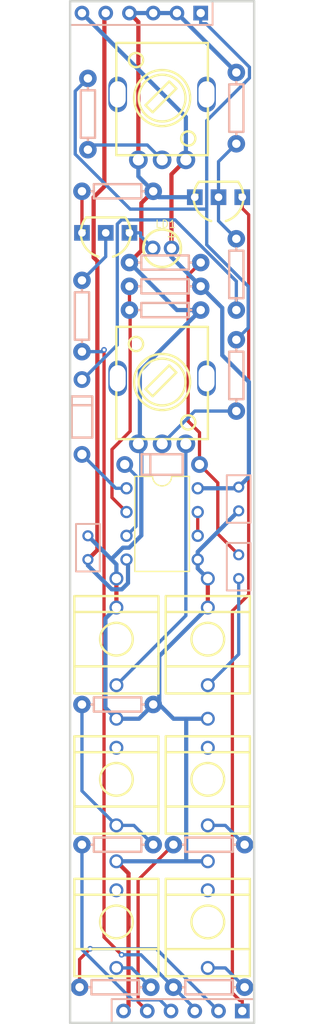
<source format=kicad_pcb>
(kicad_pcb (version 20171130) (host pcbnew "(5.1.5)-3") (page "A4") (layers (0 "F.Cu" signal) (31 "B.Cu" signal) (32 "B.Adhes" user) (33 "F.Adhes" user) (34 "B.Paste" user) (35 "F.Paste" user) (36 "B.SilkS" user) (37 "F.SilkS" user) (38 "B.Mask" user) (39 "F.Mask" user) (40 "Dwgs.User" user) (41 "Cmts.User" user) (42 "Eco1.User" user) (43 "Eco2.User" user) (44 "Edge.Cuts" user) (45 "Margin" user) (46 "B.CrtYd" user) (47 "F.CrtYd" user) (48 "B.Fab" user hide) (49 "F.Fab" user hide)) (net 0 "") (net 1 "+12V") (net 2 "-12V") (net 3 "AGND") (net 4 "C12_2") (net 5 "CV1_3") (net 6 "CV2_3") (net 7 "CVIN") (net 8 "D5_2") (net 9 "IC1_1") (net 10 "IC1_2") (net 11 "IC1_6") (net 12 "Q3_1") (net 13 "Q3_2") (net 14 "R11_4") (net 15 "R11_5") (net 16 "R14_2") (net 17 "R17_1") (net 18 "R17_2") (net 19 "R20_2") (net 20 "R30_1") (net 21 "R3_4") (net 22 "R3_5") (net 23 "R41_2") (net 24 "R4_1") (net 25 "R7_2") (net 26 "R8_1") (net 27 "RESETIN") (net 28 "SAW") (net 29 "SINE") (net 30 "SQR") (net 31 "TRI") (segment (start 6.35 30.544) (end 6.427 30.544) (width 0.35) (layer "B.Cu") (net 17)) (segment (start 6.427 30.544) (end 10.128 26.844) (width 0.35) (layer "B.Cu") (net 17)) (segment (start 10.128 26.844) (end 10.128 13.916) (width 0.35) (layer "B.Cu") (net 17)) (segment (start 10.128 13.916) (end 10.572 13.471) (width 0.35) (layer "B.Cu") (net 17)) (segment (start 10.572 13.471) (end 16.298 13.471) (width 0.35) (layer "B.Cu") (net 17)) (segment (start 16.298 13.471) (end 22.86 20.033) (width 0.35) (layer "B.Cu") (net 17)) (segment (start 22.86 20.033) (end 22.86 23.114) (width 0.35) (layer "B.Cu") (net 17)) (segment (start 20.955 98.044) (end 14.303 91.392) (width 0.35) (layer "B.Cu") (net 29)) (segment (start 14.303 91.392) (end 7.227 91.392) (width 0.35) (layer "B.Cu") (net 29)) (segment (start 19.05 -8.636) (end 19.05 -7.498) (width 0.35) (layer "B.Cu") (net 7)) (segment (start 19.693 12.322) (end 11.503 12.322) (width 0.35) (layer "B.Cu") (net 7)) (segment (start 11.503 12.322) (end 5.628 6.447) (width 0.35) (layer "B.Cu") (net 7)) (segment (start 5.628 6.447) (end 5.628 -0.294) (width 0.35) (layer "B.Cu") (net 7)) (segment (start 5.628 -0.294) (end 6.985 -1.651) (width 0.35) (layer "B.Cu") (net 7)) (segment (start 19.05 -7.498) (end 19.619 -7.498) (width 0.35) (layer "B.Cu") (net 7)) (segment (start 19.619 -7.498) (end 24.263 -2.854) (width 0.35) (layer "B.Cu") (net 7)) (segment (start 24.263 -2.854) (end 24.263 -1.696) (width 0.35) (layer "B.Cu") (net 7)) (segment (start 24.263 -1.696) (end 19.693 2.874) (width 0.35) (layer "B.Cu") (net 7)) (segment (start 19.693 2.874) (end 19.693 12.322) (width 0.35) (layer "B.Cu") (net 7)) (segment (start 19.693 12.322) (end 19.693 16.137) (width 0.35) (layer "B.Cu") (net 7)) (segment (start 19.693 16.137) (end 24.13 20.574) (width 0.35) (layer "B.Cu") (net 7)) (segment (start 24.13 20.574) (end 24.13 25.019) (width 0.35) (layer "B.Cu") (net 7)) (segment (start 24.13 25.019) (end 22.86 26.289) (width 0.35) (layer "B.Cu") (net 7)) (segment (start 19.812 78.199) (end 21.684 78.199) (width 0.35) (layer "B.Cu") (net 23)) (segment (start 21.684 78.199) (end 23.749 80.264) (width 0.35) (layer "B.Cu") (net 23)) (segment (start 10.033 78.199) (end 11.905 78.199) (width 0.35) (layer "B.Cu") (net 16)) (segment (start 11.905 78.199) (end 13.97 80.264) (width 0.35) (layer "B.Cu") (net 16)) (segment (start 6.35 65.278) (end 6.35 74.516) (width 0.35) (layer "B.Cu") (net 16)) (segment (start 6.35 74.516) (end 10.033 78.199) (width 0.35) (layer "B.Cu") (net 16)) (segment (start 19.812 93.439) (end 21.684 93.439) (width 0.35) (layer "B.Cu") (net 25)) (segment (start 21.684 93.439) (end 23.749 95.504) (width 0.35) (layer "B.Cu") (net 25)) (segment (start 10.033 93.439) (end 11.651 93.439) (width 0.35) (layer "B.Cu") (net 20)) (segment (start 11.651 93.439) (end 13.716 95.504) (width 0.35) (layer "B.Cu") (net 20)) (segment (start 19.812 63.213) (end 23.114 59.911) (width 0.35) (layer "B.Cu") (net 6)) (segment (start 23.114 59.911) (end 23.114 51.816) (width 0.35) (layer "B.Cu") (net 6)) (segment (start 10.923 39.624) (end 12.13 40.832) (width 0.35) (layer "B.Cu") (net 8)) (segment (start 12.13 40.832) (end 12.13 46.226) (width 0.35) (layer "B.Cu") (net 8)) (segment (start 12.13 46.226) (end 11.112 47.244) (width 0.35) (layer "B.Cu") (net 8)) (segment (start 6.35 19.939) (end 8.89 17.399) (width 0.35) (layer "B.Cu") (net 13)) (segment (start 8.89 17.399) (end 8.89 14.859) (width 0.35) (layer "B.Cu") (net 13)) (segment (start 13.923 16.508) (end 12.619 15.205) (width 0.35) (layer "B.Cu") (net 12)) (segment (start 12.619 15.205) (end 12.619 14.859) (width 0.35) (layer "B.Cu") (net 12)) (segment (start 11.43 14.859) (end 12.619 14.859) (width 0.35) (layer "B.Cu") (net 12)) (segment (start 22.86 5.334) (end 20.955 7.239) (width 0.35) (layer "B.Cu") (net 18)) (segment (start 20.955 7.239) (end 20.955 11.049) (width 0.35) (layer "B.Cu") (net 18)) (segment (start 22.86 15.494) (end 20.955 13.589) (width 0.35) (layer "B.Cu") (net 18)) (segment (start 20.955 13.589) (end 20.955 11.049) (width 0.35) (layer "B.Cu") (net 18)) (segment (start 10.033 63.213) (end 17.463 55.783) (width 0.35) (layer "B.Cu") (net 5)) (segment (start 17.463 55.783) (end 17.463 37.409) (width 0.35) (layer "B.Cu") (net 5)) (segment (start 22.86 33.909) (end 18.423 33.909) (width 0.35) (layer "B.Cu") (net 26)) (segment (start 18.423 33.909) (end 14.923 37.409) (width 0.35) (layer "B.Cu") (net 26)) (segment (start 6.35 -8.636) (end 17.463 2.477) (width 0.45) (layer "B.Cu") (net 1)) (segment (start 17.463 2.477) (end 17.463 7.056) (width 0.45) (layer "B.Cu") (net 1)) (segment (start 19.05 20.574) (end 15.922 17.447) (width 0.45) (layer "B.Cu") (net 1)) (segment (start 15.922 17.447) (end 15.922 16.508) (width 0.45) (layer "B.Cu") (net 1)) (segment (start 18.732 42.164) (end 22.987 42.164) (width 0.45) (layer "B.Cu") (net 1)) (segment (start 22.987 42.164) (end 23.114 42.037) (width 0.45) (layer "B.Cu") (net 1)) (segment (start 23.114 42.037) (end 24.205 40.946) (width 0.45) (layer "B.Cu") (net 1)) (segment (start 24.205 40.946) (end 24.205 30.795) (width 0.45) (layer "B.Cu") (net 1)) (segment (start 24.205 30.795) (end 21.357 27.946) (width 0.45) (layer "B.Cu") (net 1)) (segment (start 21.357 27.946) (end 21.357 22.881) (width 0.45) (layer "B.Cu") (net 1)) (segment (start 21.357 22.881) (end 19.05 20.574) (width 0.45) (layer "B.Cu") (net 1)) (segment (start 6.985 5.969) (end 7.486 5.468) (width 0.35) (layer "B.Cu") (net 24)) (segment (start 7.486 5.468) (end 13.334 5.468) (width 0.35) (layer "B.Cu") (net 24)) (segment (start 13.334 5.468) (end 14.923 7.056) (width 0.35) (layer "B.Cu") (net 24)) (segment (start 10.033 66.799) (end 12.449 66.799) (width 0.45) (layer "B.Cu") (net 3)) (segment (start 12.449 66.799) (end 13.97 65.278) (width 0.45) (layer "B.Cu") (net 3)) (segment (start 19.812 82.039) (end 17.5 82.039) (width 0.45) (layer "B.Cu") (net 3)) (segment (start 17.5 82.039) (end 10.033 82.039) (width 0.45) (layer "B.Cu") (net 3)) (segment (start 17.5 82.039) (end 17.5 66.799) (width 0.45) (layer "B.Cu") (net 3)) (segment (start 19.812 66.799) (end 17.5 66.799) (width 0.45) (layer "B.Cu") (net 3)) (segment (start 14.619 65.278) (end 13.97 65.278) (width 0.45) (layer "B.Cu") (net 3)) (segment (start 17.5 66.799) (end 16.14 66.799) (width 0.45) (layer "B.Cu") (net 3)) (segment (start 16.14 66.799) (end 14.619 65.278) (width 0.45) (layer "B.Cu") (net 3)) (segment (start 14.619 65.278) (end 14.619 60.106) (width 0.45) (layer "B.Cu") (net 3)) (segment (start 14.619 60.106) (end 19.812 54.913) (width 0.45) (layer "B.Cu") (net 3)) (segment (start 19.05 23.114) (end 16.51 23.114) (width 0.45) (layer "B.Cu") (net 3)) (segment (start 16.51 23.114) (end 11.43 18.034) (width 0.45) (layer "B.Cu") (net 3)) (segment (start 22.86 -2.286) (end 16.51 -8.636) (width 0.45) (layer "B.Cu") (net 3)) (segment (start 16.51 -8.636) (end 13.97 -8.636) (width 0.45) (layer "B.Cu") (net 3)) (segment (start 13.97 -8.636) (end 11.43 -8.636) (width 0.45) (layer "B.Cu") (net 3)) (segment (start 19.812 51.813) (end 18.732 50.733) (width 0.45) (layer "B.Cu") (net 3)) (segment (start 18.732 50.733) (end 18.732 49.784) (width 0.45) (layer "B.Cu") (net 3)) (segment (start 18.415 11.049) (end 14.605 11.049) (width 0.45) (layer "B.Cu") (net 3)) (segment (start 14.605 11.049) (end 13.97 10.414) (width 0.45) (layer "B.Cu") (net 3)) (segment (start 10.033 51.813) (end 10.033 50.292) (width 0.45) (layer "B.Cu") (net 3)) (segment (start 10.033 50.292) (end 9.492 49.751) (width 0.45) (layer "B.Cu") (net 3)) (segment (start 9.492 49.751) (end 6.985 47.244) (width 0.45) (layer "B.Cu") (net 3)) (segment (start 13.97 10.414) (end 12.383 8.827) (width 0.45) (layer "B.Cu") (net 3)) (segment (start 12.383 8.827) (end 12.383 7.056) (width 0.45) (layer "B.Cu") (net 3)) (segment (start 23.114 44.577) (end 18.732 48.959) (width 0.45) (layer "B.Cu") (net 3)) (segment (start 18.732 48.959) (end 18.732 49.784) (width 0.45) (layer "B.Cu") (net 3)) (segment (start 10.033 54.913) (end 8.859 56.087) (width 0.45) (layer "B.Cu") (net 3)) (segment (start 8.859 56.087) (end 8.859 65.625) (width 0.45) (layer "B.Cu") (net 3)) (segment (start 8.859 65.625) (end 10.033 66.799) (width 0.45) (layer "B.Cu") (net 3)) (segment (start 12.383 37.409) (end 12.542 37.409) (width 0.45) (layer "B.Cu") (net 3)) (segment (start 9.492 49.751) (end 10.728 48.514) (width 0.45) (layer "B.Cu") (net 3)) (segment (start 10.728 48.514) (end 11.401 48.514) (width 0.45) (layer "B.Cu") (net 3)) (segment (start 11.401 48.514) (end 12.701 47.214) (width 0.45) (layer "B.Cu") (net 3)) (segment (start 12.701 47.214) (end 12.701 37.569) (width 0.45) (layer "B.Cu") (net 3)) (segment (start 12.701 37.569) (end 12.542 37.409) (width 0.45) (layer "B.Cu") (net 3)) (segment (start 12.542 37.409) (end 12.542 29.622) (width 0.45) (layer "B.Cu") (net 3)) (segment (start 12.542 29.622) (end 19.05 23.114) (width 0.45) (layer "B.Cu") (net 3)) (segment (start 16.129 95.504) (end 18.415 97.79) (width 0.35) (layer "B.Cu") (net 31)) (segment (start 18.415 97.79) (end 18.415 98.044) (width 0.35) (layer "B.Cu") (net 31)) (segment (start 16.129 95.504) (end 12.657 92.032) (width 0.35) (layer "B.Cu") (net 31)) (segment (start 12.657 92.032) (end 10.587 92.032) (width 0.35) (layer "B.Cu") (net 31)) (segment (start 6.35 27.559) (end 8.516 27.559) (width 0.35) (layer "B.Cu") (net 31)) (segment (start 8.516 27.559) (end 8.711 27.365) (width 0.35) (layer "B.Cu") (net 31)) (segment (start 6.35 38.544) (end 9.97 42.164) (width 0.35) (layer "B.Cu") (net 9)) (segment (start 9.97 42.164) (end 11.112 42.164) (width 0.35) (layer "B.Cu") (net 9)) (segment (start 11.112 49.784) (end 11.275 49.946) (width 0.45) (layer "B.Cu") (net 2)) (segment (start 11.275 49.946) (end 11.275 52.307) (width 0.45) (layer "B.Cu") (net 2)) (segment (start 11.275 52.307) (end 10.614 52.967) (width 0.45) (layer "B.Cu") (net 2)) (segment (start 10.614 52.967) (end 9.539 52.967) (width 0.45) (layer "B.Cu") (net 2)) (segment (start 9.539 52.967) (end 6.985 50.413) (width 0.45) (layer "B.Cu") (net 2)) (segment (start 6.985 50.413) (end 6.985 49.784) (width 0.45) (layer "B.Cu") (net 2)) (segment (start 15.875 98.044) (end 14.681 96.85) (width 0.35) (layer "B.Cu") (net 30)) (segment (start 14.681 96.85) (end 11.736 96.85) (width 0.35) (layer "B.Cu") (net 30)) (segment (start 11.736 96.85) (end 6.35 91.464) (width 0.35) (layer "B.Cu") (net 30)) (segment (start 6.35 91.464) (end 6.35 80.264) (width 0.35) (layer "B.Cu") (net 30)) (gr_line (start 5.08 -9.906) (end 24.765 -9.906) (width 0.254) (layer "Edge.Cuts")) (gr_line (start 24.765 -9.906) (end 24.765 99.314) (width 0.254) (layer "Edge.Cuts")) (gr_line (start 24.765 99.314) (end 5.08 99.314) (width 0.254) (layer "Edge.Cuts")) (gr_line (start 5.08 99.314) (end 5.08 -9.906) (width 0.254) (layer "Edge.Cuts")) (segment (start 13.335 98.044) (end 12.355 97.064) (width 0.35) (layer "F.Cu") (net 28)) (segment (start 12.355 97.064) (end 12.355 84.038) (width 0.35) (layer "F.Cu") (net 28)) (segment (start 12.355 84.038) (end 16.129 80.264) (width 0.35) (layer "F.Cu") (net 28)) (segment (start 18.922 39.624) (end 20.88 41.582) (width 0.35) (layer "F.Cu") (net 4)) (segment (start 20.88 41.582) (end 20.88 47.042) (width 0.35) (layer "F.Cu") (net 4)) (segment (start 20.88 47.042) (end 23.114 49.276) (width 0.35) (layer "F.Cu") (net 4)) (segment (start 19.05 18.034) (end 17.705 19.38) (width 0.35) (layer "F.Cu") (net 4)) (segment (start 17.705 19.38) (end 17.705 34.99) (width 0.35) (layer "F.Cu") (net 4)) (segment (start 17.705 34.99) (end 18.922 36.208) (width 0.35) (layer "F.Cu") (net 4)) (segment (start 18.922 36.208) (end 18.922 39.624) (width 0.35) (layer "F.Cu") (net 4)) (segment (start 18.732 47.244) (end 18.732 44.704) (width 0.35) (layer "F.Cu") (net 11)) (segment (start 11.43 23.114) (end 11.43 23.114) (width 0.35) (layer "F.Cu") (net 10)) (segment (start 11.43 23.114) (end 11.43 20.574) (width 0.35) (layer "F.Cu") (net 10)) (segment (start 11.43 23.114) (end 11.502 23.186) (width 0.35) (layer "F.Cu") (net 10)) (segment (start 11.502 23.186) (end 11.502 36.067) (width 0.35) (layer "F.Cu") (net 10)) (segment (start 11.502 36.067) (end 9.562 38.007) (width 0.35) (layer "F.Cu") (net 10)) (segment (start 9.562 38.007) (end 9.562 43.153) (width 0.35) (layer "F.Cu") (net 10)) (segment (start 9.562 43.153) (end 11.112 44.704) (width 0.35) (layer "F.Cu") (net 10)) (segment (start 6.35 10.414) (end 6.35 14.859) (width 0.35) (layer "F.Cu") (net 19)) (segment (start 23.495 96.906) (end 23.23 96.906) (width 0.35) (layer "F.Cu") (net 27)) (segment (start 23.23 96.906) (end 22.436 96.112) (width 0.35) (layer "F.Cu") (net 27)) (segment (start 22.436 96.112) (end 22.436 55.278) (width 0.35) (layer "F.Cu") (net 27)) (segment (start 22.436 55.278) (end 24.182 53.532) (width 0.35) (layer "F.Cu") (net 27)) (segment (start 24.182 53.532) (end 24.182 12.925) (width 0.35) (layer "F.Cu") (net 27)) (segment (start 24.182 12.925) (end 23.495 12.238) (width 0.35) (layer "F.Cu") (net 27)) (segment (start 23.495 98.044) (end 23.495 96.906) (width 0.35) (layer "F.Cu") (net 27)) (segment (start 23.495 11.049) (end 23.495 12.238) (width 0.35) (layer "F.Cu") (net 27)) (segment (start 6.096 95.504) (end 6.096 92.523) (width 0.35) (layer "F.Cu") (net 29)) (segment (start 6.096 92.523) (end 7.227 91.392) (width 0.35) (layer "F.Cu") (net 29)) (segment (start 17.463 7.056) (end 15.922 8.596) (width 0.45) (layer "F.Cu") (net 1)) (segment (start 15.922 8.596) (end 15.922 16.508) (width 0.45) (layer "F.Cu") (net 1)) (segment (start 19.812 54.913) (end 19.812 51.813) (width 0.45) (layer "F.Cu") (net 3)) (segment (start 10.033 51.813) (end 10.033 54.913) (width 0.45) (layer "F.Cu") (net 3)) (segment (start 11.43 -8.636) (end 12.383 -7.683) (width 0.45) (layer "F.Cu") (net 3)) (segment (start 12.383 -7.683) (end 12.383 7.056) (width 0.45) (layer "F.Cu") (net 3)) (segment (start 13.97 10.414) (end 12.702 11.682) (width 0.45) (layer "F.Cu") (net 3)) (segment (start 12.702 11.682) (end 12.702 16.762) (width 0.45) (layer "F.Cu") (net 3)) (segment (start 12.702 16.762) (end 11.43 18.034) (width 0.45) (layer "F.Cu") (net 3)) (segment (start 10.795 98.044) (end 11.331 97.508) (width 0.45) (layer "F.Cu") (net 3)) (segment (start 11.331 97.508) (end 11.331 83.337) (width 0.45) (layer "F.Cu") (net 3)) (segment (start 11.331 83.337) (end 10.033 82.039) (width 0.45) (layer "F.Cu") (net 3)) (segment (start 10.587 92.032) (end 8.711 90.155) (width 0.35) (layer "F.Cu") (net 31)) (segment (start 8.711 90.155) (end 8.711 27.365) (width 0.35) (layer "F.Cu") (net 31)) (segment (start 8.711 27.365) (end 8.711 27.365) (width 0.35) (layer "F.Cu") (net 31)) (segment (start 8.89 -8.636) (end 8.748 -8.494) (width 0.45) (layer "F.Cu") (net 2)) (segment (start 8.748 -8.494) (end 8.748 9.905) (width 0.45) (layer "F.Cu") (net 2)) (segment (start 8.748 9.905) (end 7.597 11.056) (width 0.45) (layer "F.Cu") (net 2)) (segment (start 7.597 11.056) (end 7.597 17.486) (width 0.45) (layer "F.Cu") (net 2)) (segment (start 7.597 17.486) (end 7.997 17.886) (width 0.45) (layer "F.Cu") (net 2)) (segment (start 7.997 17.886) (end 7.997 48.772) (width 0.45) (layer "F.Cu") (net 2)) (segment (start 7.997 48.772) (end 6.985 49.784) (width 0.45) (layer "F.Cu") (net 2)) (module "easyeda:R09-5KΩ" (layer "F.Cu") (at 14.923 3.556) (fp_text value "B100k" (at -0.318 -7.112 0) (layer "F.Fab") (effects (font (size 1.143 1.143) (thickness 0.152)) (justify left))) (fp_text reference "R3" (at 1.587 -7.112 0) (layer "F.SilkS") hide (effects (font (size 1.143 1.143) (thickness 0.152)) (justify left))) (fp_line (start -4.9 -9) (end 4.9 -9) (width 0.254) (layer "F.SilkS")) (fp_line (start 4.9 -9) (end 4.9 3) (width 0.254) (layer "F.SilkS")) (fp_line (start -4.9 -9) (end -4.9 3) (width 0.254) (layer "F.SilkS")) (fp_line (start -4.9 3) (end 4.9 3) (width 0.254) (layer "F.SilkS")) (fp_line (start 0.762 -4.882) (end -1.778 -2.342) (width 0.254) (layer "F.SilkS")) (fp_line (start -1.778 -2.342) (end -1.016 -1.58) (width 0.254) (layer "F.SilkS")) (fp_line (start -1.016 -1.58) (end 1.524 -4.12) (width 0.254) (layer "F.SilkS")) (fp_line (start 1.524 -4.12) (end 0.762 -4.882) (width 0.254) (layer "F.SilkS")) (fp_circle (center -2.794 -7.168) (end -2.032 -7.168) (layer "F.SilkS") (width 0.254)) (fp_circle (center 2.794 1.214) (end 3.556 1.214) (layer "F.SilkS") (width 0.254)) (fp_circle (center 0 -3.104) (end 3 -3.104) (layer "F.SilkS") (width 0.254)) (fp_circle (center 0 -3.104) (end 2.5 -3.104) (layer "F.SilkS") (width 0.254)) (pad 1 thru_hole circle (at -2.54 3.5 0) (size 2 2) (layers "*.Cu" "*.Paste" "*.Mask") (drill 1.2) (net 3 "AGND")) (pad 2 thru_hole circle (at 0 3.5 0) (size 2 2) (layers "*.Cu" "*.Paste" "*.Mask") (drill 1.2) (net 24 "R4_1")) (pad 3 thru_hole circle (at 2.54 3.5 0) (size 2 2) (layers "*.Cu" "*.Paste" "*.Mask") (drill 1.2) (net 1 "+12V")) (pad 4 thru_hole oval (at 4.75 -3.5 0) (size 2 3.8) (layers "*.Cu" "*.Paste" "*.Mask") (drill oval 1.7 2.8) (net 21 "R3_4")) (pad 5 thru_hole oval (at -4.75 -3.5 0) (size 2 3.8) (layers "*.Cu" "*.Paste" "*.Mask") (drill oval 1.7 2.8) (net 22 "R3_5")) (fp_text user gged7d21b1df0212a37 (at 0 0) (layer "Cmts.User") (effects (font (size 1 1) (thickness 0.15))))) (module "easyeda:R09-5KΩ" (layer "F.Cu") (at 14.922 33.909) (fp_text value "B100k" (at -0.317 -6.985 0) (layer "F.Fab") (effects (font (size 1.143 1.143) (thickness 0.152)) (justify left))) (fp_text reference "R11" (at 1.588 -6.35 0) (layer "F.SilkS") hide (effects (font (size 1.143 1.143) (thickness 0.152)) (justify left))) (fp_line (start -4.9 -9) (end 4.9 -9) (width 0.254) (layer "F.SilkS")) (fp_line (start 4.9 -9) (end 4.9 3) (width 0.254) (layer "F.SilkS")) (fp_line (start -4.9 -9) (end -4.9 3) (width 0.254) (layer "F.SilkS")) (fp_line (start -4.9 3) (end 4.9 3) (width 0.254) (layer "F.SilkS")) (fp_line (start 0.762 -4.882) (end -1.778 -2.342) (width 0.254) (layer "F.SilkS")) (fp_line (start -1.778 -2.342) (end -1.016 -1.58) (width 0.254) (layer "F.SilkS")) (fp_line (start -1.016 -1.58) (end 1.524 -4.12) (width 0.254) (layer "F.SilkS")) (fp_line (start 1.524 -4.12) (end 0.762 -4.882) (width 0.254) (layer "F.SilkS")) (fp_circle (center -2.794 -7.168) (end -2.032 -7.168) (layer "F.SilkS") (width 0.254)) (fp_circle (center 2.794 1.214) (end 3.556 1.214) (layer "F.SilkS") (width 0.254)) (fp_circle (center 0 -3.104) (end 3 -3.104) (layer "F.SilkS") (width 0.254)) (fp_circle (center 0 -3.104) (end 2.5 -3.104) (layer "F.SilkS") (width 0.254)) (pad 1 thru_hole circle (at -2.54 3.5 0) (size 2 2) (layers "*.Cu" "*.Paste" "*.Mask") (drill 1.2) (net 3 "AGND")) (pad 2 thru_hole circle (at 0 3.5 0) (size 2 2) (layers "*.Cu" "*.Paste" "*.Mask") (drill 1.2) (net 26 "R8_1")) (pad 3 thru_hole circle (at 2.54 3.5 0) (size 2 2) (layers "*.Cu" "*.Paste" "*.Mask") (drill 1.2) (net 5 "CV1_3")) (pad 4 thru_hole oval (at 4.75 -3.5 0) (size 2 3.8) (layers "*.Cu" "*.Paste" "*.Mask") (drill oval 1.7 2.8) (net 14 "R11_4")) (pad 5 thru_hole oval (at -4.75 -3.5 0) (size 2 3.8) (layers "*.Cu" "*.Paste" "*.Mask") (drill oval 1.7 2.8) (net 15 "R11_5")) (fp_text user gge20b5846aa43b2ef6 (at 0 0) (layer "Cmts.User") (effects (font (size 1 1) (thickness 0.15))))) (module "easyeda:BC547" (layer "F.Cu") (at 20.955 11.049 180) (fp_text value "BC550" (at 2.08 2.22 0) (layer "F.Fab") (effects (font (size 0.9 0.9) (thickness 0.152)) (justify left))) (fp_text reference "Q1" (at -0.452 -1.153 180) (layer "F.SilkS") hide (effects (font (size 0.8 0.8) (thickness 0.1)) (justify left))) (fp_line (start -2.083 1.651) (end 2.083 1.651) (width 0.254) (layer "F.SilkS")) (fp_line (start -2.667 0.254) (end -2.261 0.254) (width 0.254) (layer "F.SilkS")) (fp_line (start 2.261 0.254) (end 2.667 0.254) (width 0.254) (layer "F.SilkS")) (fp_arc (start 0 0) (end -2.095 1.651) (angle 111.098) (width 0.254) (layer "F.SilkS")) (fp_arc (start 0.001 0) (end 0.787 -2.548) (angle 111.101) (width 0.254) (layer "F.SilkS")) (fp_arc (start 0 0) (end -0.786 -2.548) (angle 34.294) (width 0.254) (layer "Cmts.User")) (pad 1 thru_hole rect (at -2.54 0 180) (size 1.676 1.676) (layers "*.Cu" "*.Paste" "*.Mask") (drill 0.813) (net 27 "RESETIN")) (pad 2 thru_hole rect (at 0 0 180) (size 1.676 1.676) (layers "*.Cu" "*.Paste" "*.Mask") (drill 0.813) (net 18 "R17_2")) (pad 3 thru_hole rect (at 2.54 0 180) (size 1.676 1.676) (layers "*.Cu" "*.Paste" "*.Mask") (drill 0.813) (net 3 "AGND")) (fp_text user ggea9220f8bbfa92dc7 (at 0 0) (layer "Cmts.User") (effects (font (size 1 1) (thickness 0.15))))) (module "easyeda:BC547" (layer "F.Cu") (at 8.89 14.859 180) (fp_text value "BC550" (at 2.081 1.966 0) (layer "F.Fab") (effects (font (size 0.9 0.9) (thickness 0.152)) (justify left))) (fp_text reference "Q3" (at -0.579 -1.153 180) (layer "F.SilkS") hide (effects (font (size 0.8 0.8) (thickness 0.1)) (justify left))) (fp_line (start -2.083 1.651) (end 2.083 1.651) (width 0.254) (layer "F.SilkS")) (fp_line (start -2.667 0.254) (end -2.261 0.254) (width 0.254) (layer "F.SilkS")) (fp_line (start 2.261 0.254) (end 2.667 0.254) (width 0.254) (layer "F.SilkS")) (fp_arc (start 0 0) (end -2.095 1.651) (angle 111.098) (width 0.254) (layer "F.SilkS")) (fp_arc (start 0.001 0) (end 0.787 -2.548) (angle 111.101) (width 0.254) (layer "F.SilkS")) (fp_arc (start 0 0) (end -0.786 -2.548) (angle 34.294) (width 0.254) (layer "Cmts.User")) (pad 1 thru_hole rect (at -2.54 0 180) (size 1.676 1.676) (layers "*.Cu" "*.Paste" "*.Mask") (drill 0.813) (net 12 "Q3_1")) (pad 2 thru_hole rect (at 0 0 180) (size 1.676 1.676) (layers "*.Cu" "*.Paste" "*.Mask") (drill 0.813) (net 13 "Q3_2")) (pad 3 thru_hole rect (at 2.54 0 180) (size 1.676 1.676) (layers "*.Cu" "*.Paste" "*.Mask") (drill 0.813) (net 19 "R20_2")) (fp_text user ggeeff3950146634629 (at 0 0) (layer "Cmts.User") (effects (font (size 1 1) (thickness 0.15))))) (module "easyeda:DIL08" (layer "F.Cu") (at 14.922 45.974 -90) (fp_text value "TL072" (at 1.905 -0.381 90) (layer "F.Fab") (effects (font (size 0.8 0.8) (thickness 0.1)) (justify left))) (fp_text reference "IC1" (at 0 -4.826 -90) (layer "F.SilkS") hide (effects (font (size 1.143 1.143) (thickness 0.152)) (justify left))) (fp_line (start -5.08 1.016) (end -5.08 2.921) (width 0.152) (layer "F.SilkS")) (fp_line (start -5.08 2.921) (end 5.08 2.921) (width 0.152) (layer "F.SilkS")) (fp_line (start 5.08 2.921) (end 5.08 -2.921) (width 0.152) (layer "F.SilkS")) (fp_line (start 5.08 -2.921) (end -5.08 -2.921) (width 0.152) (layer "F.SilkS")) (fp_line (start -5.08 -2.921) (end -5.08 -1.016) (width 0.152) (layer "F.SilkS")) (fp_arc (start -5.08 0) (end -5.08 -1.016) (angle 180) (width 0.152) (layer "F.SilkS")) (pad 1 thru_hole circle (at -3.81 3.81 0) (size 1.321 1.321) (layers "*.Cu" "*.Paste" "*.Mask") (drill oval 0.813 0.818) (net 9 "IC1_1")) (pad 2 thru_hole circle (at -1.27 3.81 0) (size 1.321 1.321) (layers "*.Cu" "*.Paste" "*.Mask") (drill oval 0.813 0.818) (net 10 "IC1_2")) (pad 7 thru_hole circle (at -1.27 -3.81 0) (size 1.321 1.321) (layers "*.Cu" "*.Paste" "*.Mask") (drill oval 0.813 0.818) (net 11 "IC1_6")) (pad 8 thru_hole circle (at -3.81 -3.81 0) (size 1.321 1.321) (layers "*.Cu" "*.Paste" "*.Mask") (drill oval 0.813 0.818) (net 1 "+12V")) (pad 3 thru_hole circle (at 1.27 3.81 0) (size 1.321 1.321) (layers "*.Cu" "*.Paste" "*.Mask") (drill oval 0.813 0.818) (net 8 "D5_2")) (pad 4 thru_hole circle (at 3.81 3.81 0) (size 1.321 1.321) (layers "*.Cu" "*.Paste" "*.Mask") (drill oval 0.813 0.818) (net 2 "-12V")) (pad 6 thru_hole circle (at 1.27 -3.81 0) (size 1.321 1.321) (layers "*.Cu" "*.Paste" "*.Mask") (drill oval 0.813 0.818) (net 11 "IC1_6")) (pad 5 thru_hole circle (at 3.81 -3.81 0) (size 1.321 1.321) (layers "*.Cu" "*.Paste" "*.Mask") (drill oval 0.813 0.818) (net 3 "AGND")) (fp_text user ggea48ae80bb9a5c659 (at 0 0) (layer "Cmts.User") (effects (font (size 1 1) (thickness 0.15))))) (module "easyeda:LED-TH_BD4.1-P2.00-D0.5-RD_RED" (layer "F.Cu") (at 14.923 16.508) (fp_text value "CLOCK" (at -0.254 -4.318 0) (layer "F.Fab") hide (effects (font (size 1.143 1.143) (thickness 0.152)) (justify left))) (fp_text reference "LD1" (at -0.792 -2.582 0) (layer "F.SilkS") (effects (font (size 0.8 0.8) (thickness 0.1)) (justify left))) (fp_poly (pts (xy -1.435 -1.068) (xy -0.673 -1.068) (xy -0.673 -0.941) (xy -1.435 -0.941)) (layer "Cmts.User") (width 0)) (fp_poly (pts (xy 0.63 -1.246) (xy 1.392 -1.246) (xy 1.392 -1.119) (xy 0.63 -1.119)) (layer "Cmts.User") (width 0)) (fp_poly (pts (xy 0.96 -0.738) (xy 0.96 -1.5) (xy 1.087 -1.5) (xy 1.087 -0.738)) (layer "Cmts.User") (width 0)) (fp_poly (pts (xy -1.449 -1.082) (xy -0.687 -1.082) (xy -0.687 -0.955) (xy -1.449 -0.955)) (layer "Cmts.User") (width 0)) (fp_circle (center 0 0) (end 2.05 0) (layer "F.SilkS") (width 0.2)) (fp_poly (pts (xy 0.948 -0.788) (xy 0.948 -1.55) (xy 1.075 -1.55) (xy 1.075 -0.788)) (layer "F.SilkS") (width 0)) (fp_poly (pts (xy 0.619 -1.296) (xy 1.381 -1.296) (xy 1.381 -1.169) (xy 0.619 -1.169)) (layer "F.SilkS") (width 0)) (fp_arc (start 0 0) (end -2 0) (angle 180) (width 0.254) (layer "F.SilkS")) (fp_arc (start 0 0) (end 2 0) (angle 180) (width 0.254) (layer "F.SilkS")) (pad 1 thru_hole circle (at -1 0 0) (size 1.65 1.65) (layers "*.Cu" "*.Paste" "*.Mask") (drill 1) (net 12 "Q3_1")) (pad 2 thru_hole circle (at 1 0 0) (size 1.65 1.65) (layers "*.Cu" "*.Paste" "*.Mask") (drill 1) (net 1 "+12V")) (fp_text user ggec369f6128eee3378 (at 0 0) (layer "Cmts.User") (effects (font (size 1 1) (thickness 0.15))))) (module "easyeda:THONKICONN" (layer "F.Cu") (at 10.033 58.293 180) (fp_text value "CVIN" (at 4.247 -4.031 0) (layer "F.Fab") (effects (font (size 0.8 0.8) (thickness 0.1)) (justify left))) (fp_text reference "CV1" (at 0 -6.35 180) (layer "F.SilkS") hide (effects (font (size 1.143 1.143) (thickness 0.152)) (justify left))) (fp_arc (start 0 0) (end -1.75 0) (angle 180) (width 0.254) (layer "F.SilkS")) (fp_arc (start 0 0) (end 1.75 0) (angle 180) (width 0.254) (layer "F.SilkS")) (fp_line (start -4.5 -5.805) (end 4.5 -5.805) (width 0.254) (layer "F.SilkS")) (fp_line (start 4.5 -5.805) (end 4.5 2.905) (width 0.254) (layer "F.SilkS")) (fp_line (start 4.5 2.905) (end -4.5 2.905) (width 0.254) (layer "F.SilkS")) (fp_line (start -4.5 2.905) (end -4.5 -5.805) (width 0.254) (layer "F.SilkS")) (fp_line (start -4.5 -2.905) (end 4.5 -2.905) (width 0.254) (layer "F.SilkS")) (fp_line (start 4.5 -2.905) (end 4.5 4.605) (width 0.254) (layer "F.SilkS")) (fp_line (start 4.5 4.605) (end -4.5 4.605) (width 0.254) (layer "F.SilkS")) (fp_line (start -4.5 4.605) (end -4.5 -2.905) (width 0.254) (layer "F.SilkS")) (pad 3 thru_hole circle (at 0 -4.92 180) (size 1.5 1.5) (layers "*.Cu" "*.Paste" "*.Mask") (drill 1) (net 5 "CV1_3")) (pad 2 thru_hole circle (at 0 3.38 180) (size 1.5 1.5) (layers "*.Cu" "*.Paste" "*.Mask") (drill 1) (net 3 "AGND")) (pad 1 thru_hole circle (at 0 6.48 180) (size 1.5 1.5) (layers "*.Cu" "*.Paste" "*.Mask") (drill 1) (net 3 "AGND")) (fp_text user ggecb7afc87fe2e73c5 (at 0 0) (layer "Cmts.User") (effects (font (size 1 1) (thickness 0.15))))) (module "easyeda:THONKICONN" (layer "F.Cu") (at 19.812 58.293 180) (fp_text value "RESET" (at 4.021 -4.031 0) (layer "F.Fab") (effects (font (size 0.8 0.8) (thickness 0.1)) (justify left))) (fp_text reference "CV2" (at -0.001 -6.35 180) (layer "F.SilkS") hide (effects (font (size 1.143 1.143) (thickness 0.152)) (justify left))) (fp_arc (start 0 0) (end -1.75 0) (angle 180) (width 0.254) (layer "F.SilkS")) (fp_arc (start 0 0) (end 1.75 0) (angle 180) (width 0.254) (layer "F.SilkS")) (fp_line (start -4.5 -5.805) (end 4.5 -5.805) (width 0.254) (layer "F.SilkS")) (fp_line (start 4.5 -5.805) (end 4.5 2.905) (width 0.254) (layer "F.SilkS")) (fp_line (start 4.5 2.905) (end -4.5 2.905) (width 0.254) (layer "F.SilkS")) (fp_line (start -4.5 2.905) (end -4.5 -5.805) (width 0.254) (layer "F.SilkS")) (fp_line (start -4.5 -2.905) (end 4.5 -2.905) (width 0.254) (layer "F.SilkS")) (fp_line (start 4.5 -2.905) (end 4.5 4.605) (width 0.254) (layer "F.SilkS")) (fp_line (start 4.5 4.605) (end -4.5 4.605) (width 0.254) (layer "F.SilkS")) (fp_line (start -4.5 4.605) (end -4.5 -2.905) (width 0.254) (layer "F.SilkS")) (pad 3 thru_hole circle (at 0 -4.92 180) (size 1.5 1.5) (layers "*.Cu" "*.Paste" "*.Mask") (drill 1) (net 6 "CV2_3")) (pad 2 thru_hole circle (at 0 3.38 180) (size 1.5 1.5) (layers "*.Cu" "*.Paste" "*.Mask") (drill 1) (net 3 "AGND")) (pad 1 thru_hole circle (at 0 6.48 180) (size 1.5 1.5) (layers "*.Cu" "*.Paste" "*.Mask") (drill 1) (net 3 "AGND")) (fp_text user gge0b36e1598424c31b (at 0 0) (layer "Cmts.User") (effects (font (size 1 1) (thickness 0.15))))) (module "easyeda:THONKICONN" (layer "F.Cu") (at 10.033 88.519 180) (fp_text value "SINE" (at 4.1 -4.186 0) (layer "F.Fab") (effects (font (size 0.8 0.8) (thickness 0.1)) (justify left))) (fp_text reference "OUT1" (at 0 -6.35 180) (layer "F.SilkS") hide (effects (font (size 1.143 1.143) (thickness 0.152)) (justify left))) (fp_arc (start 0 0) (end -1.75 0) (angle 180) (width 0.254) (layer "F.SilkS")) (fp_arc (start 0 0) (end 1.75 0) (angle 180) (width 0.254) (layer "F.SilkS")) (fp_line (start -4.5 -5.805) (end 4.5 -5.805) (width 0.254) (layer "F.SilkS")) (fp_line (start 4.5 -5.805) (end 4.5 2.905) (width 0.254) (layer "F.SilkS")) (fp_line (start 4.5 2.905) (end -4.5 2.905) (width 0.254) (layer "F.SilkS")) (fp_line (start -4.5 2.905) (end -4.5 -5.805) (width 0.254) (layer "F.SilkS")) (fp_line (start -4.5 -2.905) (end 4.5 -2.905) (width 0.254) (layer "F.SilkS")) (fp_line (start 4.5 -2.905) (end 4.5 4.605) (width 0.254) (layer "F.SilkS")) (fp_line (start 4.5 4.605) (end -4.5 4.605) (width 0.254) (layer "F.SilkS")) (fp_line (start -4.5 4.605) (end -4.5 -2.905) (width 0.254) (layer "F.SilkS")) (pad 3 thru_hole circle (at 0 -4.92 180) (size 1.5 1.5) (layers "*.Cu" "*.Paste" "*.Mask") (drill 1) (net 20 "R30_1")) (pad 2 thru_hole circle (at 0 3.38 180) (size 1.5 1.5) (layers "*.Cu" "*.Paste" "*.Mask") (drill 1)) (pad 1 thru_hole circle (at 0 6.48 180) (size 1.5 1.5) (layers "*.Cu" "*.Paste" "*.Mask") (drill 1) (net 3 "AGND")) (fp_text user gged02fdb2efc32822e (at 0 0) (layer "Cmts.User") (effects (font (size 1 1) (thickness 0.15))))) (module "easyeda:THONKICONN" (layer "F.Cu") (at 19.812 88.519 180) (fp_text value "TRI" (at 3.993 -4.186 0) (layer "F.Fab") (effects (font (size 0.8 0.8) (thickness 0.1)) (justify left))) (fp_text reference "OUT2" (at -0.001 -6.35 180) (layer "F.SilkS") hide (effects (font (size 1.143 1.143) (thickness 0.152)) (justify left))) (fp_arc (start 0 0) (end -1.75 0) (angle 180) (width 0.254) (layer "F.SilkS")) (fp_arc (start 0 0) (end 1.75 0) (angle 180) (width 0.254) (layer "F.SilkS")) (fp_line (start -4.5 -5.805) (end 4.5 -5.805) (width 0.254) (layer "F.SilkS")) (fp_line (start 4.5 -5.805) (end 4.5 2.905) (width 0.254) (layer "F.SilkS")) (fp_line (start 4.5 2.905) (end -4.5 2.905) (width 0.254) (layer "F.SilkS")) (fp_line (start -4.5 2.905) (end -4.5 -5.805) (width 0.254) (layer "F.SilkS")) (fp_line (start -4.5 -2.905) (end 4.5 -2.905) (width 0.254) (layer "F.SilkS")) (fp_line (start 4.5 -2.905) (end 4.5 4.605) (width 0.254) (layer "F.SilkS")) (fp_line (start 4.5 4.605) (end -4.5 4.605) (width 0.254) (layer "F.SilkS")) (fp_line (start -4.5 4.605) (end -4.5 -2.905) (width 0.254) (layer "F.SilkS")) (pad 3 thru_hole circle (at 0 -4.92 180) (size 1.5 1.5) (layers "*.Cu" "*.Paste" "*.Mask") (drill 1) (net 25 "R7_2")) (pad 2 thru_hole circle (at 0 3.38 180) (size 1.5 1.5) (layers "*.Cu" "*.Paste" "*.Mask") (drill 1)) (pad 1 thru_hole circle (at 0 6.48 180) (size 1.5 1.5) (layers "*.Cu" "*.Paste" "*.Mask") (drill 1) (net 3 "AGND")) (fp_text user gge44fc45fe1faf6e5c (at 0 0) (layer "Cmts.User") (effects (font (size 1 1) (thickness 0.15))))) (module "easyeda:THONKICONN" (layer "F.Cu") (at 10.033 73.279 180) (fp_text value "SQR" (at 3.97 -4.354 0) (layer "F.Fab") (effects (font (size 0.8 0.8) (thickness 0.1)) (justify left))) (fp_text reference "OUT3" (at 0 -6.349 180) (layer "F.SilkS") hide (effects (font (size 1.143 1.143) (thickness 0.152)) (justify left))) (fp_arc (start 0 0) (end -1.75 0) (angle 180) (width 0.254) (layer "F.SilkS")) (fp_arc (start 0 0) (end 1.75 0) (angle 180) (width 0.254) (layer "F.SilkS")) (fp_line (start -4.5 -5.805) (end 4.5 -5.805) (width 0.254) (layer "F.SilkS")) (fp_line (start 4.5 -5.805) (end 4.5 2.905) (width 0.254) (layer "F.SilkS")) (fp_line (start 4.5 2.905) (end -4.5 2.905) (width 0.254) (layer "F.SilkS")) (fp_line (start -4.5 2.905) (end -4.5 -5.805) (width 0.254) (layer "F.SilkS")) (fp_line (start -4.5 -2.905) (end 4.5 -2.905) (width 0.254) (layer "F.SilkS")) (fp_line (start 4.5 -2.905) (end 4.5 4.605) (width 0.254) (layer "F.SilkS")) (fp_line (start 4.5 4.605) (end -4.5 4.605) (width 0.254) (layer "F.SilkS")) (fp_line (start -4.5 4.605) (end -4.5 -2.905) (width 0.254) (layer "F.SilkS")) (pad 3 thru_hole circle (at 0 -4.92 180) (size 1.5 1.5) (layers "*.Cu" "*.Paste" "*.Mask") (drill 1) (net 16 "R14_2")) (pad 2 thru_hole circle (at 0 3.38 180) (size 1.5 1.5) (layers "*.Cu" "*.Paste" "*.Mask") (drill 1)) (pad 1 thru_hole circle (at 0 6.48 180) (size 1.5 1.5) (layers "*.Cu" "*.Paste" "*.Mask") (drill 1) (net 3 "AGND")) (fp_text user gge9c38357f6c34f072 (at 0 0) (layer "Cmts.User") (effects (font (size 1 1) (thickness 0.15))))) (module "easyeda:THONKICONN" (layer "F.Cu") (at 19.812 73.279 180) (fp_text value "SAWUP" (at 4.387 -3.79 0) (layer "F.Fab") (effects (font (size 0.8 0.8) (thickness 0.1)) (justify left))) (fp_text reference "OUT4" (at -0.001 -6.349 180) (layer "F.SilkS") hide (effects (font (size 1.143 1.143) (thickness 0.152)) (justify left))) (fp_arc (start 0 0) (end -1.75 0) (angle 180) (width 0.254) (layer "F.SilkS")) (fp_arc (start 0 0) (end 1.75 0) (angle 180) (width 0.254) (layer "F.SilkS")) (fp_line (start -4.5 -5.805) (end 4.5 -5.805) (width 0.254) (layer "F.SilkS")) (fp_line (start 4.5 -5.805) (end 4.5 2.905) (width 0.254) (layer "F.SilkS")) (fp_line (start 4.5 2.905) (end -4.5 2.905) (width 0.254) (layer "F.SilkS")) (fp_line (start -4.5 2.905) (end -4.5 -5.805) (width 0.254) (layer "F.SilkS")) (fp_line (start -4.5 -2.905) (end 4.5 -2.905) (width 0.254) (layer "F.SilkS")) (fp_line (start 4.5 -2.905) (end 4.5 4.605) (width 0.254) (layer "F.SilkS")) (fp_line (start 4.5 4.605) (end -4.5 4.605) (width 0.254) (layer "F.SilkS")) (fp_line (start -4.5 4.605) (end -4.5 -2.905) (width 0.254) (layer "F.SilkS")) (pad 3 thru_hole circle (at 0 -4.92 180) (size 1.5 1.5) (layers "*.Cu" "*.Paste" "*.Mask") (drill 1) (net 23 "R41_2")) (pad 2 thru_hole circle (at 0 3.38 180) (size 1.5 1.5) (layers "*.Cu" "*.Paste" "*.Mask") (drill 1)) (pad 1 thru_hole circle (at 0 6.48 180) (size 1.5 1.5) (layers "*.Cu" "*.Paste" "*.Mask") (drill 1) (net 3 "AGND")) (fp_text user gge0698f7755025cd42 (at 0 0) (layer "Cmts.User") (effects (font (size 1 1) (thickness 0.15))))) (module "easyeda:RAD-0.1" (layer "F.Cu") (at 6.985 48.514 -90) (fp_text value "0.1uf" (at -2.794 -1.397 0) (layer "B.Fab") (effects (font (size 0.8 0.8) (thickness 0.152)) (justify left mirror))) (fp_text reference "C6" (at -0.381 0.508 180) (layer "B.SilkS") hide (effects (font (size 0.8 0.8) (thickness 0.1)) (justify left mirror))) (fp_line (start -2.537 -1.267) (end 2.543 -1.267) (width 0.201) (layer "B.SilkS")) (fp_line (start 2.543 -1.267) (end 2.543 1.273) (width 0.201) (layer "B.SilkS")) (fp_line (start 2.543 1.273) (end -2.537 1.273) (width 0.201) (layer "B.SilkS")) (fp_line (start -2.537 1.273) (end -2.537 -1.267) (width 0.201) (layer "B.SilkS")) (pad 1 thru_hole circle (at 1.27 0 -90) (size 1.194 1.194) (layers "*.Cu" "*.Paste" "*.Mask") (drill 0.711) (net 2 "-12V")) (pad 2 thru_hole circle (at -1.27 0 -90) (size 1.194 1.194) (layers "*.Cu" "*.Paste" "*.Mask") (drill 0.711) (net 3 "AGND")) (fp_text user ggea6d9abe4f4bdfcab (at 0 0) (layer "Cmts.User") (effects (font (size 1 1) (thickness 0.15))))) (module "easyeda:RAD-0.1" (layer "F.Cu") (at 23.114 43.307 -90) (fp_text value "0.1uf" (at 3.556 -1.397 0) (layer "B.Fab") (effects (font (size 0.8 0.8) (thickness 0.152)) (justify left mirror))) (fp_text reference "C7" (at -0.381 0.508 180) (layer "B.SilkS") hide (effects (font (size 0.8 0.8) (thickness 0.1)) (justify left mirror))) (fp_line (start -2.537 -1.267) (end 2.543 -1.267) (width 0.201) (layer "B.SilkS")) (fp_line (start 2.543 -1.267) (end 2.543 1.273) (width 0.201) (layer "B.SilkS")) (fp_line (start 2.543 1.273) (end -2.537 1.273) (width 0.201) (layer "B.SilkS")) (fp_line (start -2.537 1.273) (end -2.537 -1.267) (width 0.201) (layer "B.SilkS")) (pad 1 thru_hole circle (at 1.27 0 -90) (size 1.194 1.194) (layers "*.Cu" "*.Paste" "*.Mask") (drill 0.711) (net 3 "AGND")) (pad 2 thru_hole circle (at -1.27 0 -90) (size 1.194 1.194) (layers "*.Cu" "*.Paste" "*.Mask") (drill 0.711) (net 1 "+12V")) (fp_text user ggeee07183ca1aa519c (at 0 0) (layer "Cmts.User") (effects (font (size 1 1) (thickness 0.15))))) (module "easyeda:HDR-F-2.54_1X6" (layer "F.Cu") (at 13.97 -8.636) (fp_text value "TOP_H" (at -8.89 -0.635 90) (layer "B.Fab") hide (effects (font (size 1.143 1.143) (thickness 0.152)) (justify left mirror))) (fp_text reference "H1" (at -1.016 -1.524 0) (layer "B.SilkS") hide (effects (font (size 1.143 1.143) (thickness 0.152)) (justify left mirror))) (fp_line (start 4.445 -1.27) (end 6.35 -1.27) (width 0.203) (layer "B.SilkS")) (fp_line (start 6.35 -1.27) (end 6.35 1.27) (width 0.203) (layer "B.SilkS")) (fp_line (start 6.35 1.27) (end -8.89 1.27) (width 0.203) (layer "B.SilkS")) (fp_line (start -8.89 1.27) (end -8.89 -1.27) (width 0.203) (layer "B.SilkS")) (fp_line (start -8.89 -1.27) (end 4.445 -1.27) (width 0.203) (layer "B.SilkS")) (pad 6 thru_hole circle (at -7.62 0 0) (size 1.575 1.575) (layers "*.Cu" "*.Paste" "*.Mask") (drill 0.889) (net 1 "+12V")) (pad 5 thru_hole circle (at -5.08 0 0) (size 1.575 1.575) (layers "*.Cu" "*.Paste" "*.Mask") (drill 0.889) (net 2 "-12V")) (pad 4 thru_hole circle (at -2.54 0 0) (size 1.575 1.575) (layers "*.Cu" "*.Paste" "*.Mask") (drill 0.889) (net 3 "AGND")) (pad 3 thru_hole circle (at 0 0 0) (size 1.575 1.575) (layers "*.Cu" "*.Paste" "*.Mask") (drill 0.889) (net 3 "AGND")) (pad 2 thru_hole circle (at 2.54 0 0) (size 1.575 1.575) (layers "*.Cu" "*.Paste" "*.Mask") (drill 0.889) (net 3 "AGND")) (pad 1 thru_hole rect (at 5.08 0 0) (size 1.575 1.575) (layers "*.Cu" "*.Paste" "*.Mask") (drill 0.889) (net 7 "CVIN")) (fp_text user gge6a9713f659eb2da3 (at 0 0) (layer "Cmts.User") (effects (font (size 1 1) (thickness 0.15))))) (module "easyeda:HDR-F-2.54_1X6" (layer "F.Cu") (at 18.415 98.044) (fp_text value "BOT_H" (at -10.16 0.635 90) (layer "B.Fab") hide (effects (font (size 1.143 1.143) (thickness 0.152)) (justify left mirror))) (fp_text reference "H2" (at -1.016 -1.524 0) (layer "B.SilkS") hide (effects (font (size 1.143 1.143) (thickness 0.152)) (justify left mirror))) (fp_line (start 4.445 -1.27) (end 6.35 -1.27) (width 0.203) (layer "B.SilkS")) (fp_line (start 6.35 -1.27) (end 6.35 1.27) (width 0.203) (layer "B.SilkS")) (fp_line (start 6.35 1.27) (end -8.89 1.27) (width 0.203) (layer "B.SilkS")) (fp_line (start -8.89 1.27) (end -8.89 -1.27) (width 0.203) (layer "B.SilkS")) (fp_line (start -8.89 -1.27) (end 4.445 -1.27) (width 0.203) (layer "B.SilkS")) (pad 6 thru_hole circle (at -7.62 0 0) (size 1.575 1.575) (layers "*.Cu" "*.Paste" "*.Mask") (drill 0.889) (net 3 "AGND")) (pad 5 thru_hole circle (at -5.08 0 0) (size 1.575 1.575) (layers "*.Cu" "*.Paste" "*.Mask") (drill 0.889) (net 28 "SAW")) (pad 4 thru_hole circle (at -2.54 0 0) (size 1.575 1.575) (layers "*.Cu" "*.Paste" "*.Mask") (drill 0.889) (net 30 "SQR")) (pad 3 thru_hole circle (at 0 0 0) (size 1.575 1.575) (layers "*.Cu" "*.Paste" "*.Mask") (drill 0.889) (net 31 "TRI")) (pad 2 thru_hole circle (at 2.54 0 0) (size 1.575 1.575) (layers "*.Cu" "*.Paste" "*.Mask") (drill 0.889) (net 29 "SINE")) (pad 1 thru_hole rect (at 5.08 0 0) (size 1.575 1.575) (layers "*.Cu" "*.Paste" "*.Mask") (drill 0.889) (net 27 "RESETIN")) (fp_text user gge3b6b4c3b29ecd5bb (at 0 0) (layer "Cmts.User") (effects (font (size 1 1) (thickness 0.15))))) (module "easyeda:RAD-0.1" (layer "F.Cu") (at 23.114 50.546 -90) (fp_text value "0.1uf" (at -2.667 -1.397 0) (layer "B.Fab") (effects (font (size 0.8 0.8) (thickness 0.1)) (justify left mirror))) (fp_text reference "C12" (at 0.127 -2.667 -90) (layer "B.SilkS") hide (effects (font (size 1.143 1.143) (thickness 0.152)) (justify left mirror))) (fp_line (start -2.537 -1.267) (end 2.543 -1.267) (width 0.201) (layer "B.SilkS")) (fp_line (start 2.543 -1.267) (end 2.543 1.273) (width 0.201) (layer "B.SilkS")) (fp_line (start 2.543 1.273) (end -2.537 1.273) (width 0.201) (layer "B.SilkS")) (fp_line (start -2.537 1.273) (end -2.537 -1.267) (width 0.201) (layer "B.SilkS")) (pad 1 thru_hole circle (at 1.27 0 -90) (size 1.194 1.194) (layers "*.Cu" "*.Paste" "*.Mask") (drill oval 0.711 0.716) (net 6 "CV2_3")) (pad 2 thru_hole circle (at -1.27 0 -90) (size 1.194 1.194) (layers "*.Cu" "*.Paste" "*.Mask") (drill oval 0.711 0.716) (net 4 "C12_2")) (fp_text user gged76a07e0949b0d1b (at 0 0) (layer "Cmts.User") (effects (font (size 1 1) (thickness 0.15))))) (module "easyeda:AXIAL-0.3EZ" (layer "F.Cu") (at 15.24 18.034 180) (fp_text value "4.7k" (at -1.306 -0.582 0) (layer "B.Fab") (effects (font (size 1.143 1.143) (thickness 0.152)) (justify left mirror))) (fp_text reference "R1" (at -4.826 -1.524 180) (layer "B.SilkS") hide (effects (font (size 1.143 1.143) (thickness 0.152)) (justify left mirror))) (fp_line (start 2.54 -0.762) (end -2.54 -0.762) (width 0.254) (layer "B.SilkS")) (fp_line (start -2.54 -0.762) (end -2.54 0) (width 0.254) (layer "B.SilkS")) (fp_line (start -2.54 0) (end -2.54 0.762) (width 0.254) (layer "B.SilkS")) (fp_line (start -2.54 0.762) (end 2.54 0.762) (width 0.254) (layer "B.SilkS")) (fp_line (start 2.54 0.762) (end 2.54 0) (width 0.254) (layer "B.SilkS")) (fp_line (start 2.54 0) (end 2.54 -0.762) (width 0.254) (layer "B.SilkS")) (fp_line (start -2.54 0) (end -2.794 0) (width 0.254) (layer "B.SilkS")) (fp_line (start 2.54 0) (end 2.794 0) (width 0.254) (layer "B.SilkS")) (pad 1 thru_hole circle (at 3.81 0 180) (size 1.88 1.88) (layers "*.Cu" "*.Paste" "*.Mask") (drill 0.899) (net 3 "AGND")) (pad 2 thru_hole circle (at -3.81 0 180) (size 1.88 1.88) (layers "*.Cu" "*.Paste" "*.Mask") (drill 0.899) (net 4 "C12_2")) (fp_text user gge10e76487b643cdd5 (at 0 0) (layer "Cmts.User") (effects (font (size 1 1) (thickness 0.15))))) (module "easyeda:AXIAL-0.3EZ" (layer "F.Cu") (at 15.24 20.574) (fp_text value "330k" (at 1.905 0.635 0) (layer "B.Fab") (effects (font (size 1.143 1.143) (thickness 0.152)) (justify left mirror))) (fp_text reference "R2" (at -4.826 -1.524 0) (layer "B.SilkS") hide (effects (font (size 1.143 1.143) (thickness 0.152)) (justify left mirror))) (fp_line (start 2.54 -0.762) (end -2.54 -0.762) (width 0.254) (layer "B.SilkS")) (fp_line (start -2.54 -0.762) (end -2.54 0) (width 0.254) (layer "B.SilkS")) (fp_line (start -2.54 0) (end -2.54 0.762) (width 0.254) (layer "B.SilkS")) (fp_line (start -2.54 0.762) (end 2.54 0.762) (width 0.254) (layer "B.SilkS")) (fp_line (start 2.54 0.762) (end 2.54 0) (width 0.254) (layer "B.SilkS")) (fp_line (start 2.54 0) (end 2.54 -0.762) (width 0.254) (layer "B.SilkS")) (fp_line (start -2.54 0) (end -2.794 0) (width 0.254) (layer "B.SilkS")) (fp_line (start 2.54 0) (end 2.794 0) (width 0.254) (layer "B.SilkS")) (pad 1 thru_hole circle (at 3.81 0 0) (size 1.88 1.88) (layers "*.Cu" "*.Paste" "*.Mask") (drill 0.899) (net 1 "+12V")) (pad 2 thru_hole circle (at -3.81 0 0) (size 1.88 1.88) (layers "*.Cu" "*.Paste" "*.Mask") (drill 0.899) (net 10 "IC1_2")) (fp_text user ggef6ff0c102794f481 (at 0 0) (layer "Cmts.User") (effects (font (size 1 1) (thickness 0.15))))) (module "easyeda:AXIAL-0.3EZ" (layer "F.Cu") (at 6.985 2.159 -90) (fp_text value "100k" (at 1.397 0.762 -90) (layer "B.Fab") (effects (font (size 1.143 1.143) (thickness 0.152)) (justify left mirror))) (fp_text reference "R4" (at -4.826 -1.524 -90) (layer "B.SilkS") hide (effects (font (size 1.143 1.143) (thickness 0.152)) (justify left mirror))) (fp_line (start 2.54 -0.762) (end -2.54 -0.762) (width 0.254) (layer "B.SilkS")) (fp_line (start -2.54 -0.762) (end -2.54 0) (width 0.254) (layer "B.SilkS")) (fp_line (start -2.54 0) (end -2.54 0.762) (width 0.254) (layer "B.SilkS")) (fp_line (start -2.54 0.762) (end 2.54 0.762) (width 0.254) (layer "B.SilkS")) (fp_line (start 2.54 0.762) (end 2.54 0) (width 0.254) (layer "B.SilkS")) (fp_line (start 2.54 0) (end 2.54 -0.762) (width 0.254) (layer "B.SilkS")) (fp_line (start -2.54 0) (end -2.794 0) (width 0.254) (layer "B.SilkS")) (fp_line (start 2.54 0) (end 2.794 0) (width 0.254) (layer "B.SilkS")) (pad 1 thru_hole circle (at 3.81 0 -90) (size 1.88 1.88) (layers "*.Cu" "*.Paste" "*.Mask") (drill 0.899) (net 24 "R4_1")) (pad 2 thru_hole circle (at -3.81 0 -90) (size 1.88 1.88) (layers "*.Cu" "*.Paste" "*.Mask") (drill 0.899) (net 7 "CVIN")) (fp_text user gge960c53673ffde7d0 (at 0 0) (layer "Cmts.User") (effects (font (size 1 1) (thickness 0.15))))) (module "easyeda:AXIAL-0.3EZ" (layer "F.Cu") (at 15.24 23.114 180) (fp_text value "47k" (at -1.494 -0.582 0) (layer "B.Fab") (effects (font (size 1.143 1.143) (thickness 0.152)) (justify left mirror))) (fp_text reference "R5" (at -4.826 -1.524 180) (layer "B.SilkS") hide (effects (font (size 1.143 1.143) (thickness 0.152)) (justify left mirror))) (fp_line (start 2.54 -0.762) (end -2.54 -0.762) (width 0.254) (layer "B.SilkS")) (fp_line (start -2.54 -0.762) (end -2.54 0) (width 0.254) (layer "B.SilkS")) (fp_line (start -2.54 0) (end -2.54 0.762) (width 0.254) (layer "B.SilkS")) (fp_line (start -2.54 0.762) (end 2.54 0.762) (width 0.254) (layer "B.SilkS")) (fp_line (start 2.54 0.762) (end 2.54 0) (width 0.254) (layer "B.SilkS")) (fp_line (start 2.54 0) (end 2.54 -0.762) (width 0.254) (layer "B.SilkS")) (fp_line (start -2.54 0) (end -2.794 0) (width 0.254) (layer "B.SilkS")) (fp_line (start 2.54 0) (end 2.794 0) (width 0.254) (layer "B.SilkS")) (pad 1 thru_hole circle (at 3.81 0 180) (size 1.88 1.88) (layers "*.Cu" "*.Paste" "*.Mask") (drill 0.899) (net 10 "IC1_2")) (pad 2 thru_hole circle (at -3.81 0 180) (size 1.88 1.88) (layers "*.Cu" "*.Paste" "*.Mask") (drill 0.899) (net 3 "AGND")) (fp_text user gge04a86a292aa0c913 (at 0 0) (layer "Cmts.User") (effects (font (size 1 1) (thickness 0.15))))) (module "easyeda:AXIAL-0.3EZ" (layer "F.Cu") (at 19.939 95.504 180) (fp_text value "1k" (at -0.29 -0.323 0) (layer "B.Fab") (effects (font (size 0.9 0.9) (thickness 0.152)) (justify left mirror))) (fp_text reference "R7" (at -4.826 -1.524 180) (layer "B.SilkS") hide (effects (font (size 1.143 1.143) (thickness 0.152)) (justify left mirror))) (fp_line (start 2.54 -0.762) (end -2.54 -0.762) (width 0.254) (layer "B.SilkS")) (fp_line (start -2.54 -0.762) (end -2.54 0) (width 0.254) (layer "B.SilkS")) (fp_line (start -2.54 0) (end -2.54 0.762) (width 0.254) (layer "B.SilkS")) (fp_line (start -2.54 0.762) (end 2.54 0.762) (width 0.254) (layer "B.SilkS")) (fp_line (start 2.54 0.762) (end 2.54 0) (width 0.254) (layer "B.SilkS")) (fp_line (start 2.54 0) (end 2.54 -0.762) (width 0.254) (layer "B.SilkS")) (fp_line (start -2.54 0) (end -2.794 0) (width 0.254) (layer "B.SilkS")) (fp_line (start 2.54 0) (end 2.794 0) (width 0.254) (layer "B.SilkS")) (pad 1 thru_hole circle (at 3.81 0 180) (size 1.88 1.88) (layers "*.Cu" "*.Paste" "*.Mask") (drill 0.899) (net 31 "TRI")) (pad 2 thru_hole circle (at -3.81 0 180) (size 1.88 1.88) (layers "*.Cu" "*.Paste" "*.Mask") (drill 0.899) (net 25 "R7_2")) (fp_text user ggec66b50a2f54f6eba (at 0 0) (layer "Cmts.User") (effects (font (size 1 1) (thickness 0.15))))) (module "easyeda:AXIAL-0.3EZ" (layer "F.Cu") (at 22.86 30.099 -90) (fp_text value "100k" (at 1.41 0.582 -90) (layer "B.Fab") (effects (font (size 1.143 1.143) (thickness 0.152)) (justify left mirror))) (fp_text reference "R8" (at -4.826 -1.524 -90) (layer "B.SilkS") hide (effects (font (size 1.143 1.143) (thickness 0.152)) (justify left mirror))) (fp_line (start 2.54 -0.762) (end -2.54 -0.762) (width 0.254) (layer "B.SilkS")) (fp_line (start -2.54 -0.762) (end -2.54 0) (width 0.254) (layer "B.SilkS")) (fp_line (start -2.54 0) (end -2.54 0.762) (width 0.254) (layer "B.SilkS")) (fp_line (start -2.54 0.762) (end 2.54 0.762) (width 0.254) (layer "B.SilkS")) (fp_line (start 2.54 0.762) (end 2.54 0) (width 0.254) (layer "B.SilkS")) (fp_line (start 2.54 0) (end 2.54 -0.762) (width 0.254) (layer "B.SilkS")) (fp_line (start -2.54 0) (end -2.794 0) (width 0.254) (layer "B.SilkS")) (fp_line (start 2.54 0) (end 2.794 0) (width 0.254) (layer "B.SilkS")) (pad 1 thru_hole circle (at 3.81 0 -90) (size 1.88 1.88) (layers "*.Cu" "*.Paste" "*.Mask") (drill 0.899) (net 26 "R8_1")) (pad 2 thru_hole circle (at -3.81 0 -90) (size 1.88 1.88) (layers "*.Cu" "*.Paste" "*.Mask") (drill 0.899) (net 7 "CVIN")) (fp_text user gge588b3972a6987c0c (at 0 0) (layer "Cmts.User") (effects (font (size 1 1) (thickness 0.15))))) (module "easyeda:AXIAL-0.3EZ" (layer "F.Cu") (at 10.16 80.264 180) (fp_text value "100k" (at -0.706 -0.323 0) (layer "B.Fab") (effects (font (size 0.9 0.9) (thickness 0.152)) (justify left mirror))) (fp_text reference "R10" (at -4.826 -1.524 180) (layer "B.SilkS") hide (effects (font (size 1.143 1.143) (thickness 0.152)) (justify left mirror))) (fp_line (start 2.54 -0.762) (end -2.54 -0.762) (width 0.254) (layer "B.SilkS")) (fp_line (start -2.54 -0.762) (end -2.54 0) (width 0.254) (layer "B.SilkS")) (fp_line (start -2.54 0) (end -2.54 0.762) (width 0.254) (layer "B.SilkS")) (fp_line (start -2.54 0.762) (end 2.54 0.762) (width 0.254) (layer "B.SilkS")) (fp_line (start 2.54 0.762) (end 2.54 0) (width 0.254) (layer "B.SilkS")) (fp_line (start 2.54 0) (end 2.54 -0.762) (width 0.254) (layer "B.SilkS")) (fp_line (start -2.54 0) (end -2.794 0) (width 0.254) (layer "B.SilkS")) (fp_line (start 2.54 0) (end 2.794 0) (width 0.254) (layer "B.SilkS")) (pad 1 thru_hole circle (at 3.81 0 180) (size 1.88 1.88) (layers "*.Cu" "*.Paste" "*.Mask") (drill 0.899) (net 30 "SQR")) (pad 2 thru_hole circle (at -3.81 0 180) (size 1.88 1.88) (layers "*.Cu" "*.Paste" "*.Mask") (drill 0.899) (net 16 "R14_2")) (fp_text user gge3a5dfbfd10054371 (at 0 0) (layer "Cmts.User") (effects (font (size 1 1) (thickness 0.15))))) (module "easyeda:AXIAL-0.3EZ" (layer "F.Cu") (at 10.16 65.278) (fp_text value "100k" (at 1.341 0.323 0) (layer "B.Fab") (effects (font (size 0.9 0.9) (thickness 0.152)) (justify left mirror))) (fp_text reference "R14" (at -4.826 -1.524 0) (layer "B.SilkS") hide (effects (font (size 1.143 1.143) (thickness 0.152)) (justify left mirror))) (fp_line (start 2.54 -0.762) (end -2.54 -0.762) (width 0.254) (layer "B.SilkS")) (fp_line (start -2.54 -0.762) (end -2.54 0) (width 0.254) (layer "B.SilkS")) (fp_line (start -2.54 0) (end -2.54 0.762) (width 0.254) (layer "B.SilkS")) (fp_line (start -2.54 0.762) (end 2.54 0.762) (width 0.254) (layer "B.SilkS")) (fp_line (start 2.54 0.762) (end 2.54 0) (width 0.254) (layer "B.SilkS")) (fp_line (start 2.54 0) (end 2.54 -0.762) (width 0.254) (layer "B.SilkS")) (fp_line (start -2.54 0) (end -2.794 0) (width 0.254) (layer "B.SilkS")) (fp_line (start 2.54 0) (end 2.794 0) (width 0.254) (layer "B.SilkS")) (pad 1 thru_hole circle (at 3.81 0 0) (size 1.88 1.88) (layers "*.Cu" "*.Paste" "*.Mask") (drill 0.899) (net 3 "AGND")) (pad 2 thru_hole circle (at -3.81 0 0) (size 1.88 1.88) (layers "*.Cu" "*.Paste" "*.Mask") (drill 0.899) (net 16 "R14_2")) (fp_text user gge239923b2b43e3ac8 (at 0 0) (layer "Cmts.User") (effects (font (size 1 1) (thickness 0.15))))) (module "easyeda:AXIAL-0.3EZ" (layer "F.Cu") (at 22.86 19.304 -90) (fp_text value "3.3k" (at 1.27 0.635 -90) (layer "B.Fab") (effects (font (size 1.143 1.143) (thickness 0.152)) (justify left mirror))) (fp_text reference "R17" (at -4.826 -1.524 -90) (layer "B.SilkS") hide (effects (font (size 1.143 1.143) (thickness 0.152)) (justify left mirror))) (fp_line (start 2.54 -0.762) (end -2.54 -0.762) (width 0.254) (layer "B.SilkS")) (fp_line (start -2.54 -0.762) (end -2.54 0) (width 0.254) (layer "B.SilkS")) (fp_line (start -2.54 0) (end -2.54 0.762) (width 0.254) (layer "B.SilkS")) (fp_line (start -2.54 0.762) (end 2.54 0.762) (width 0.254) (layer "B.SilkS")) (fp_line (start 2.54 0.762) (end 2.54 0) (width 0.254) (layer "B.SilkS")) (fp_line (start 2.54 0) (end 2.54 -0.762) (width 0.254) (layer "B.SilkS")) (fp_line (start -2.54 0) (end -2.794 0) (width 0.254) (layer "B.SilkS")) (fp_line (start 2.54 0) (end 2.794 0) (width 0.254) (layer "B.SilkS")) (pad 1 thru_hole circle (at 3.81 0 -90) (size 1.88 1.88) (layers "*.Cu" "*.Paste" "*.Mask") (drill 0.899) (net 17 "R17_1")) (pad 2 thru_hole circle (at -3.81 0 -90) (size 1.88 1.88) (layers "*.Cu" "*.Paste" "*.Mask") (drill 0.899) (net 18 "R17_2")) (fp_text user gge1b6af17d8a6bdb2b (at 0 0) (layer "Cmts.User") (effects (font (size 1 1) (thickness 0.15))))) (module "easyeda:AXIAL-0.3EZ" (layer "F.Cu") (at 22.86 1.524 90) (fp_text value "1k" (at -1.27 -0.635 -90) (layer "B.Fab") (effects (font (size 1.143 1.143) (thickness 0.152)) (justify left mirror))) (fp_text reference "R19" (at -4.826 -1.524 90) (layer "B.SilkS") hide (effects (font (size 1.143 1.143) (thickness 0.152)) (justify left mirror))) (fp_line (start 2.54 -0.762) (end -2.54 -0.762) (width 0.254) (layer "B.SilkS")) (fp_line (start -2.54 -0.762) (end -2.54 0) (width 0.254) (layer "B.SilkS")) (fp_line (start -2.54 0) (end -2.54 0.762) (width 0.254) (layer "B.SilkS")) (fp_line (start -2.54 0.762) (end 2.54 0.762) (width 0.254) (layer "B.SilkS")) (fp_line (start 2.54 0.762) (end 2.54 0) (width 0.254) (layer "B.SilkS")) (fp_line (start 2.54 0) (end 2.54 -0.762) (width 0.254) (layer "B.SilkS")) (fp_line (start -2.54 0) (end -2.794 0) (width 0.254) (layer "B.SilkS")) (fp_line (start 2.54 0) (end 2.794 0) (width 0.254) (layer "B.SilkS")) (pad 1 thru_hole circle (at 3.81 0 90) (size 1.88 1.88) (layers "*.Cu" "*.Paste" "*.Mask") (drill 0.899) (net 3 "AGND")) (pad 2 thru_hole circle (at -3.81 0 90) (size 1.88 1.88) (layers "*.Cu" "*.Paste" "*.Mask") (drill 0.899) (net 18 "R17_2")) (fp_text user ggea3fd027393a6b691 (at 0 0) (layer "Cmts.User") (effects (font (size 1 1) (thickness 0.15))))) (module "easyeda:AXIAL-0.3EZ" (layer "F.Cu") (at 10.16 10.414) (fp_text value "1k" (at 0.539 0.582 0) (layer "B.Fab") (effects (font (size 1.143 1.143) (thickness 0.152)) (justify left mirror))) (fp_text reference "R20" (at -4.826 -1.524 0) (layer "B.SilkS") hide (effects (font (size 1.143 1.143) (thickness 0.152)) (justify left mirror))) (fp_line (start 2.54 -0.762) (end -2.54 -0.762) (width 0.254) (layer "B.SilkS")) (fp_line (start -2.54 -0.762) (end -2.54 0) (width 0.254) (layer "B.SilkS")) (fp_line (start -2.54 0) (end -2.54 0.762) (width 0.254) (layer "B.SilkS")) (fp_line (start -2.54 0.762) (end 2.54 0.762) (width 0.254) (layer "B.SilkS")) (fp_line (start 2.54 0.762) (end 2.54 0) (width 0.254) (layer "B.SilkS")) (fp_line (start 2.54 0) (end 2.54 -0.762) (width 0.254) (layer "B.SilkS")) (fp_line (start -2.54 0) (end -2.794 0) (width 0.254) (layer "B.SilkS")) (fp_line (start 2.54 0) (end 2.794 0) (width 0.254) (layer "B.SilkS")) (pad 1 thru_hole circle (at 3.81 0 0) (size 1.88 1.88) (layers "*.Cu" "*.Paste" "*.Mask") (drill 0.899) (net 3 "AGND")) (pad 2 thru_hole circle (at -3.81 0 0) (size 1.88 1.88) (layers "*.Cu" "*.Paste" "*.Mask") (drill 0.899) (net 19 "R20_2")) (fp_text user gge1b981af36fb9c2d9 (at 0 0) (layer "Cmts.User") (effects (font (size 1 1) (thickness 0.15))))) (module "easyeda:AXIAL-0.3EZ" (layer "F.Cu") (at 6.35 23.749 -90) (fp_text value "10k" (at 1.102 0.707 -90) (layer "B.Fab") (effects (font (size 1.143 1.143) (thickness 0.152)) (justify left mirror))) (fp_text reference "R21" (at -4.826 -1.524 -90) (layer "B.SilkS") hide (effects (font (size 1.143 1.143) (thickness 0.152)) (justify left mirror))) (fp_line (start 2.54 -0.762) (end -2.54 -0.762) (width 0.254) (layer "B.SilkS")) (fp_line (start -2.54 -0.762) (end -2.54 0) (width 0.254) (layer "B.SilkS")) (fp_line (start -2.54 0) (end -2.54 0.762) (width 0.254) (layer "B.SilkS")) (fp_line (start -2.54 0.762) (end 2.54 0.762) (width 0.254) (layer "B.SilkS")) (fp_line (start 2.54 0.762) (end 2.54 0) (width 0.254) (layer "B.SilkS")) (fp_line (start 2.54 0) (end 2.54 -0.762) (width 0.254) (layer "B.SilkS")) (fp_line (start -2.54 0) (end -2.794 0) (width 0.254) (layer "B.SilkS")) (fp_line (start 2.54 0) (end 2.794 0) (width 0.254) (layer "B.SilkS")) (pad 1 thru_hole circle (at 3.81 0 -90) (size 1.88 1.88) (layers "*.Cu" "*.Paste" "*.Mask") (drill 0.899) (net 31 "TRI")) (pad 2 thru_hole circle (at -3.81 0 -90) (size 1.88 1.88) (layers "*.Cu" "*.Paste" "*.Mask") (drill 0.899) (net 13 "Q3_2")) (fp_text user ggeaff531ba47088bee (at 0 0) (layer "Cmts.User") (effects (font (size 1 1) (thickness 0.15))))) (module "easyeda:AXIAL-0.3EZ" (layer "F.Cu") (at 9.906 95.504) (fp_text value "1k" (at 0.635 0.635 0) (layer "B.Fab") (effects (font (size 0.9 0.9) (thickness 0.152)) (justify left mirror))) (fp_text reference "R30" (at -4.826 -1.524 0) (layer "B.SilkS") hide (effects (font (size 1.143 1.143) (thickness 0.152)) (justify left mirror))) (fp_line (start 2.54 -0.762) (end -2.54 -0.762) (width 0.254) (layer "B.SilkS")) (fp_line (start -2.54 -0.762) (end -2.54 0) (width 0.254) (layer "B.SilkS")) (fp_line (start -2.54 0) (end -2.54 0.762) (width 0.254) (layer "B.SilkS")) (fp_line (start -2.54 0.762) (end 2.54 0.762) (width 0.254) (layer "B.SilkS")) (fp_line (start 2.54 0.762) (end 2.54 0) (width 0.254) (layer "B.SilkS")) (fp_line (start 2.54 0) (end 2.54 -0.762) (width 0.254) (layer "B.SilkS")) (fp_line (start -2.54 0) (end -2.794 0) (width 0.254) (layer "B.SilkS")) (fp_line (start 2.54 0) (end 2.794 0) (width 0.254) (layer "B.SilkS")) (pad 1 thru_hole circle (at 3.81 0 0) (size 1.88 1.88) (layers "*.Cu" "*.Paste" "*.Mask") (drill 0.899) (net 20 "R30_1")) (pad 2 thru_hole circle (at -3.81 0 0) (size 1.88 1.88) (layers "*.Cu" "*.Paste" "*.Mask") (drill 0.899) (net 29 "SINE")) (fp_text user gge7059f2a25c03bfe5 (at 0 0) (layer "Cmts.User") (effects (font (size 1 1) (thickness 0.15))))) (module "easyeda:AXIAL-0.3EZ" (layer "F.Cu") (at 19.939 80.264 180) (fp_text value "1k" (at -0.29 -0.323 0) (layer "B.Fab") (effects (font (size 0.9 0.9) (thickness 0.152)) (justify left mirror))) (fp_text reference "R41" (at -4.826 -1.524 180) (layer "B.SilkS") hide (effects (font (size 1.143 1.143) (thickness 0.152)) (justify left mirror))) (fp_line (start 2.54 -0.762) (end -2.54 -0.762) (width 0.254) (layer "B.SilkS")) (fp_line (start -2.54 -0.762) (end -2.54 0) (width 0.254) (layer "B.SilkS")) (fp_line (start -2.54 0) (end -2.54 0.762) (width 0.254) (layer "B.SilkS")) (fp_line (start -2.54 0.762) (end 2.54 0.762) (width 0.254) (layer "B.SilkS")) (fp_line (start 2.54 0.762) (end 2.54 0) (width 0.254) (layer "B.SilkS")) (fp_line (start 2.54 0) (end 2.54 -0.762) (width 0.254) (layer "B.SilkS")) (fp_line (start -2.54 0) (end -2.794 0) (width 0.254) (layer "B.SilkS")) (fp_line (start 2.54 0) (end 2.794 0) (width 0.254) (layer "B.SilkS")) (pad 1 thru_hole circle (at 3.81 0 180) (size 1.88 1.88) (layers "*.Cu" "*.Paste" "*.Mask") (drill 0.899) (net 28 "SAW")) (pad 2 thru_hole circle (at -3.81 0 180) (size 1.88 1.88) (layers "*.Cu" "*.Paste" "*.Mask") (drill 0.899) (net 23 "R41_2")) (fp_text user ggec8bf4e35bdafff2f (at 0 0) (layer "Cmts.User") (effects (font (size 1 1) (thickness 0.15))))) (module "easyeda:DO-35_BD2.0-L4.0-P8.00-D0.5-FD" (layer "F.Cu") (at 6.35 34.544 -90) (fp_text value "1N4148" (at -2.54 -2.54 90) (layer "B.Fab") (effects (font (size 1.143 1.143) (thickness 0.152)) (justify left mirror))) (fp_text reference "D1" (at 1.143 0.508 -90) (layer "B.SilkS") hide (effects (font (size 1.143 1.143) (thickness 0.152)) (justify left mirror))) (fp_line (start -2.2 1.1) (end 2.2 1.1) (width 0.254) (layer "B.SilkS")) (fp_line (start -2.2 -1.1) (end 2.2 -1.1) (width 0.254) (layer "B.SilkS")) (fp_line (start -2.2 1.1) (end -2.2 -1.1) (width 0.254) (layer "B.SilkS")) (fp_line (start 2.2 1.1) (end 2.2 -1.1) (width 0.254) (layer "B.SilkS")) (fp_line (start -1.261 1.1) (end -1.261 -1.1) (width 0.254) (layer "B.SilkS")) (pad 1 thru_hole circle (at 4 0 -90) (size 1.8 1.8) (layers "*.Cu" "*.Paste" "*.Mask") (drill 1) (net 9 "IC1_1")) (pad 2 thru_hole circle (at -4 0 -90) (size 1.8 1.8) (layers "*.Cu" "*.Paste" "*.Mask") (drill 1) (net 17 "R17_1")) (fp_text user gge25c35b77a614fb82 (at 0 0) (layer "Cmts.User") (effects (font (size 1 1) (thickness 0.15))))) (module "easyeda:DO-35_BD2.0-L4.0-P8.00-D0.5-FD" (layer "F.Cu") (at 14.923 39.624) (fp_text value "1N4148" (at 1.778 0.508 0) (layer "B.Fab") (effects (font (size 0.8 0.8) (thickness 0.152)) (justify left mirror))) (fp_text reference "D5" (at 1.27 0.508 0) (layer "B.SilkS") hide (effects (font (size 1.143 1.143) (thickness 0.152)) (justify left mirror))) (fp_line (start -2.2 1.1) (end 2.2 1.1) (width 0.254) (layer "B.SilkS")) (fp_line (start -2.2 -1.1) (end 2.2 -1.1) (width 0.254) (layer "B.SilkS")) (fp_line (start -2.2 1.1) (end -2.2 -1.1) (width 0.254) (layer "B.SilkS")) (fp_line (start 2.2 1.1) (end 2.2 -1.1) (width 0.254) (layer "B.SilkS")) (fp_line (start -1.261 1.1) (end -1.261 -1.1) (width 0.254) (layer "B.SilkS")) (pad 1 thru_hole circle (at 4 0 0) (size 1.8 1.8) (layers "*.Cu" "*.Paste" "*.Mask") (drill 1) (net 4 "C12_2")) (pad 2 thru_hole circle (at -4 0 0) (size 1.8 1.8) (layers "*.Cu" "*.Paste" "*.Mask") (drill 1) (net 8 "D5_2")) (fp_text user gge742efe8534eacd41 (at 0 0) (layer "Cmts.User") (effects (font (size 1 1) (thickness 0.15))))) (via (at 10.587 92.032) (size 0.61) (drill 0.305) (layers "F.Cu" "B.Cu") (net 31)) (via (at 8.711 27.365) (size 0.61) (drill 0.305) (layers "F.Cu" "B.Cu") (net 31)) (via (at 7.227 91.392) (size 0.61) (drill 0.305) (layers "F.Cu" "B.Cu") (net 29)))
</source>
